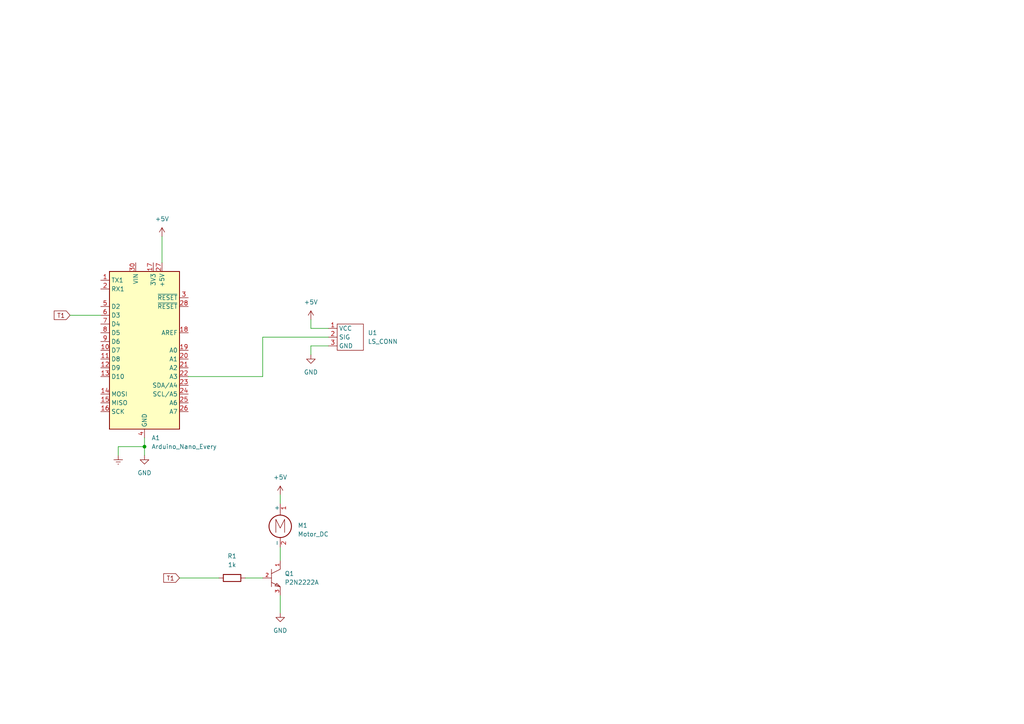
<source format=kicad_sch>
(kicad_sch (version 20211123) (generator eeschema)
  (paper "A4")
  (lib_symbols
    (symbol "Device:R" (pin_numbers hide) (pin_names (offset 0))
      (property "Reference" "R" (at 2.032 0 90))
      (property "Value" "R" (at 0 0 90))
      (symbol "R_0_1"
        (rectangle (start -1.016 -2.54) (end 1.016 2.54) (stroke (width 0.254)))
      )
      (symbol "R_1_1"
        (pin passive line (at 0 3.81 270) (length 1.27) (name "~") (number "1"))
        (pin passive line (at 0 -3.81 90) (length 1.27) (name "~") (number "2"))
      )
    )
    (symbol "MCU_Module:Arduino_Nano_Every"
      (property "Reference" "A" (at -10.16 23.495 0))
      (property "Value" "Arduino_Nano_Every" (at 5.08 -24.13 0))
      (symbol "Arduino_Nano_Every_0_1"
        (rectangle (start -10.16 22.86) (end 10.16 -22.86) (stroke (width 0.254)) (fill (type background)))
      )
      (symbol "Arduino_Nano_Every_1_1"
        (pin bidirectional line (at -12.7 20.32 0) (length 2.54) (name "TX1") (number "1"))
        (pin bidirectional line (at -12.7 0 0) (length 2.54) (name "D7") (number "10"))
        (pin bidirectional line (at -12.7 -2.54 0) (length 2.54) (name "D8") (number "11"))
        (pin bidirectional line (at -12.7 -5.08 0) (length 2.54) (name "D9") (number "12"))
        (pin bidirectional line (at -12.7 -7.62 0) (length 2.54) (name "D10") (number "13"))
        (pin bidirectional line (at -12.7 -12.7 0) (length 2.54) (name "MOSI") (number "14"))
        (pin bidirectional line (at -12.7 -15.24 0) (length 2.54) (name "MISO") (number "15"))
        (pin bidirectional line (at -12.7 -17.78 0) (length 2.54) (name "SCK") (number "16"))
        (pin power_out line (at 2.54 25.4 270) (length 2.54) (name "3V3") (number "17"))
        (pin input line (at 12.7 5.08 180) (length 2.54) (name "AREF") (number "18"))
        (pin bidirectional line (at 12.7 0 180) (length 2.54) (name "A0") (number "19"))
        (pin bidirectional line (at -12.7 17.78 0) (length 2.54) (name "RX1") (number "2"))
        (pin bidirectional line (at 12.7 -2.54 180) (length 2.54) (name "A1") (number "20"))
        (pin bidirectional line (at 12.7 -5.08 180) (length 2.54) (name "A2") (number "21"))
        (pin bidirectional line (at 12.7 -7.62 180) (length 2.54) (name "A3") (number "22"))
        (pin bidirectional line (at 12.7 -10.16 180) (length 2.54) (name "SDA/A4") (number "23"))
        (pin bidirectional line (at 12.7 -12.7 180) (length 2.54) (name "SCL/A5") (number "24"))
        (pin bidirectional line (at 12.7 -15.24 180) (length 2.54) (name "A6") (number "25"))
        (pin bidirectional line (at 12.7 -17.78 180) (length 2.54) (name "A7") (number "26"))
        (pin power_out line (at 5.08 25.4 270) (length 2.54) (name "+5V") (number "27"))
        (pin input line (at 12.7 12.7 180) (length 2.54) (name "~{RESET}") (number "28"))
        (pin passive line (at 0 -25.4 90) (length 2.54) hide (name "GND") (number "29"))
        (pin input line (at 12.7 15.24 180) (length 2.54) (name "~{RESET}") (number "3"))
        (pin power_in line (at -2.54 25.4 270) (length 2.54) (name "VIN") (number "30"))
        (pin power_in line (at 0 -25.4 90) (length 2.54) (name "GND") (number "4"))
        (pin bidirectional line (at -12.7 12.7 0) (length 2.54) (name "D2") (number "5"))
        (pin bidirectional line (at -12.7 10.16 0) (length 2.54) (name "D3") (number "6"))
        (pin bidirectional line (at -12.7 7.62 0) (length 2.54) (name "D4") (number "7"))
        (pin bidirectional line (at -12.7 5.08 0) (length 2.54) (name "D5") (number "8"))
        (pin bidirectional line (at -12.7 2.54 0) (length 2.54) (name "D6") (number "9"))
      )
    )
    (symbol "Motor:Motor_DC" (pin_names (offset 0))
      (property "Reference" "M" (at 2.54 2.54 0))
      (property "Value" "Motor_DC" (at 2.54 -5.08 0))
      (symbol "Motor_DC_0_0"
        (polyline (pts (xy -1.27 -3.302) (xy -1.27 0.508) (xy 0 -2.032) (xy 1.27 0.508) (xy 1.27 -3.302)))
      )
      (symbol "Motor_DC_0_1"
        (circle (center 0 -1.524) (radius 3.2512) (stroke (width 0.254)))
        (polyline (pts (xy 0 -7.62) (xy 0 -7.112)))
        (polyline (pts (xy 0 -4.7752) (xy 0 -5.1816)))
        (polyline (pts (xy 0 1.7272) (xy 0 2.0828)))
        (polyline (pts (xy 0 2.032) (xy 0 2.54)))
      )
      (symbol "Motor_DC_1_1"
        (pin passive line (at 0 5.08 270) (length 2.54) (name "+") (number "1"))
        (pin passive line (at 0 -7.62 90) (length 2.54) (name "-") (number "2"))
      )
    )
    (symbol "power:+5V" (power) (pin_names (offset 0))
      (property "Value" "+5V" (at 0 3.556 0))
      (symbol "+5V_0_1"
        (polyline (pts (xy -0.762 1.27) (xy 0 2.54)))
        (polyline (pts (xy 0 0) (xy 0 2.54)))
        (polyline (pts (xy 0 2.54) (xy 0.762 1.27)))
      )
      (symbol "+5V_1_1"
        (pin power_in line (at 0 0 90) (length 0) hide (name "+5V") (number "1"))
      )
    )
    (symbol "power:Earth" (power) (pin_names (offset 0))
      (symbol "Earth_0_1"
        (polyline (pts (xy -0.635 -1.905) (xy 0.635 -1.905)))
        (polyline (pts (xy -0.127 -2.54) (xy 0.127 -2.54)))
        (polyline (pts (xy 0 -1.27) (xy 0 0)))
        (polyline (pts (xy 1.27 -1.27) (xy -1.27 -1.27)))
      )
      (symbol "Earth_1_1"
        (pin power_in line (at 0 0 270) (length 0) hide (name "Earth") (number "1"))
      )
    )
    (symbol "power:GND" (power) (pin_names (offset 0))
      (property "Value" "GND" (at 0 -3.81 0))
      (symbol "GND_0_1"
        (polyline (pts (xy 0 0) (xy 0 -1.27) (xy 1.27 -1.27) (xy 0 -2.54) (xy -1.27 -1.27) (xy 0 -1.27)))
      )
      (symbol "GND_1_1"
        (pin power_in line (at 0 0 270) (length 0) hide (name "GND") (number "1"))
      )
    )
    (symbol "vision-empower:LS_CONN"
      (property "Reference" "U" (at 6.35 2.54 0))
      (property "Value" "LS_CONN" (at 6.35 -7.62 0))
      (symbol "LS_CONN_0_0"
        (pin power_in line (at 0 0 0) (length 2.54) (name "VCC") (number "1"))
        (pin output line (at 0 -2.54 0) (length 2.54) (name "SIG") (number "2"))
        (pin power_out line (at 0 -5.08 0) (length 2.54) (name "GND") (number "3"))
      )
      (symbol "LS_CONN_0_1"
        (rectangle (start 10.16 -6.35) (end 2.54 1.27))
      )
    )
    (symbol "vision-empower:P2N2222A" (pin_names (offset 1.016))
      (property "Reference" "Q" (at 0 7.62 0))
      (property "Value" "P2N2222A" (at 0 10.16 0))
      (symbol "P2N2222A_1_1"
        (polyline (pts (xy 5.08 -1.27) (xy 7.62 -2.54)))
        (polyline (pts (xy 5.08 1.27) (xy 7.62 2.54)))
        (polyline (pts (xy 5.08 2.54) (xy 5.08 -2.54)))
        (polyline (pts (xy 6.096 -2.286) (xy 6.604 -1.524)))
        (polyline (pts (xy 6.096 -2.286) (xy 7.62 -2.54)))
        (polyline (pts (xy 6.604 -1.524) (xy 7.62 -2.54)))
        (pin unspecified line (at 7.62 5.08 270) (length 2.54) (name "COLLECTOR") (number "1"))
        (pin unspecified line (at 2.54 0 0) (length 2.54) (name "BASE") (number "2"))
        (pin unspecified line (at 7.62 -5.08 90) (length 2.54) (name "EMITTER") (number "3"))
      )
    )
  )
  (junction (at 41.91 129.54))
  (wire (pts (xy 81.28 158.75) (xy 81.28 162.56)))
  (wire (pts (xy 41.91 129.54) (xy 41.91 132.08)))
  (wire (pts (xy 76.2 97.79) (xy 76.2 109.22)))
  (wire (pts (xy 34.29 132.08) (xy 34.29 129.54)))
  (wire (pts (xy 81.28 143.51) (xy 81.28 146.05)))
  (wire (pts (xy 41.91 127) (xy 41.91 129.54)))
  (wire (pts (xy 95.25 97.79) (xy 76.2 97.79)))
  (wire (pts (xy 46.99 68.58) (xy 46.99 76.2)))
  (wire (pts (xy 76.2 109.22) (xy 54.61 109.22)))
  (wire (pts (xy 81.28 172.72) (xy 81.28 177.8)))
  (wire (pts (xy 90.17 102.87) (xy 90.17 100.33)))
  (wire (pts (xy 90.17 95.25) (xy 90.17 92.71)))
  (wire (pts (xy 20.32 91.44) (xy 29.21 91.44)))
  (wire (pts (xy 34.29 129.54) (xy 41.91 129.54)))
  (wire (pts (xy 71.12 167.64) (xy 76.2 167.64)))
  (wire (pts (xy 95.25 95.25) (xy 90.17 95.25)))
  (wire (pts (xy 52.07 167.64) (xy 63.5 167.64)))
  (wire (pts (xy 90.17 100.33) (xy 95.25 100.33)))
  (global_label "T1" (shape input) (at 20.32 91.44 180) (property "Intersheet References" "${INTERSHEET_REFS}" (effects hide)))
  (global_label "T1" (shape input) (at 52.07 167.64 180) (property "Intersheet References" "${INTERSHEET_REFS}" (effects hide)))
  (symbol (lib_id "MCU_Module:Arduino_Nano_Every") (at 41.91 101.6 0) (unit 1)
    (property "Reference" "A1" (at 43.9294 127 0) (effects (justify left)))
    (property "Value" "Arduino_Nano_Every" (at 43.9294 129.54 0) (effects (justify left)))
    (property "Footprint" "Module:Arduino_Nano" (effects hide))
    (property "Datasheet" "https://content.arduino.cc/assets/NANOEveryV3.0_sch.pdf" (effects hide))
  )
  (symbol (lib_id "Device:R") (at 67.31 167.64 90) (unit 1)
    (property "Reference" "R1" (at 67.31 161.29 90))
    (property "Value" "1k" (at 67.31 163.83 90))
    (property "Footprint" "Resistor_THT:R_Axial_DIN0207_L6.3mm_D2.5mm_P7.62mm_Horizontal" (effects hide))
  )
  (symbol (lib_id "power:Earth") (at 34.29 132.08 0) (unit 1)
    (property "Reference" "#PWR0107" (effects hide))
    (property "Value" "Earth" (effects hide))
  )
  (symbol (lib_id "power:+5V") (at 81.28 143.51 0) (unit 1)
    (property "Reference" "#PWR0103" (effects hide))
    (property "Value" "+5V" (at 81.28 138.43 0))
  )
  (symbol (lib_id "power:GND") (at 81.28 177.8 0) (unit 1)
    (property "Reference" "#PWR0101" (effects hide))
    (property "Value" "GND" (at 81.28 182.88 0))
  )
  (symbol (lib_id "power:GND") (at 90.17 102.87 0) (unit 1)
    (property "Reference" "#PWR0104" (effects hide))
    (property "Value" "GND" (at 90.17 107.95 0))
  )
  (symbol (lib_id "vision-empower:LS_CONN") (at 95.25 95.25 0) (unit 1)
    (property "Reference" "U1" (at 106.68 96.5199 0) (effects (justify left)))
    (property "Value" "LS_CONN" (at 106.68 99.0599 0) (effects (justify left)))
    (property "Footprint" "Connector_PinHeader_1.27mm:PinHeader_1x03_P1.27mm_Vertical" (effects hide))
  )
  (symbol (lib_id "power:+5V") (at 90.17 92.71 0) (unit 1)
    (property "Reference" "#PWR0105" (effects hide))
    (property "Value" "+5V" (at 90.17 87.63 0))
  )
  (symbol (lib_id "vision-empower:P2N2222A") (at 73.66 167.64 0) (unit 1)
    (property "Reference" "Q1" (at 82.55 166.3699 0) (effects (justify left)))
    (property "Value" "P2N2222A" (at 82.55 168.9099 0) (effects (justify left)))
    (property "Footprint" "vision-empower:ON_Semi-CASE_2911-0-0-0" (effects hide))
    (property "Datasheet" "http://www.onsemi.com/pub/Collateral/P2N2222A-D.PDF" (effects hide))
    (property "category" "Trans" (effects hide))
    (property "digikey description" "TRANS NPN 40V 0.6A TO92" (effects hide))
    (property "digikey part number" "P2N2222AOS-ND" (effects hide))
    (property "ipc land pattern name" "TO-92" (effects hide))
    (property "lead free" "yes" (effects hide))
    (property "library id" "c85d4366f1170be1" (effects hide))
    (property "manufacturer" "ON Semi" (effects hide))
    (property "mouser part number" "863-P2N2222A" (effects hide))
    (property "package" "TO-92" (effects hide))
    (property "rohs" "yes" (effects hide))
    (property "temperature range high" "+150°C" (effects hide))
    (property "temperature range low" "-55°C" (effects hide))
  )
  (symbol (lib_id "power:+5V") (at 46.99 68.58 0) (unit 1)
    (property "Reference" "#PWR0102" (effects hide))
    (property "Value" "+5V" (at 46.99 63.5 0))
  )
  (symbol (lib_id "Motor:Motor_DC") (at 81.28 151.13 0) (unit 1)
    (property "Reference" "M1" (at 86.36 152.3999 0) (effects (justify left)))
    (property "Value" "Motor_DC" (at 86.36 154.9399 0) (effects (justify left)))
    (property "Footprint" "Connector_PinHeader_1.27mm:PinHeader_1x02_P1.27mm_Vertical" (effects hide))
  )
  (symbol (lib_id "power:GND") (at 41.91 132.08 0) (unit 1)
    (property "Reference" "#PWR0106" (effects hide))
    (property "Value" "GND" (at 41.91 137.16 0))
  )
)
</source>
